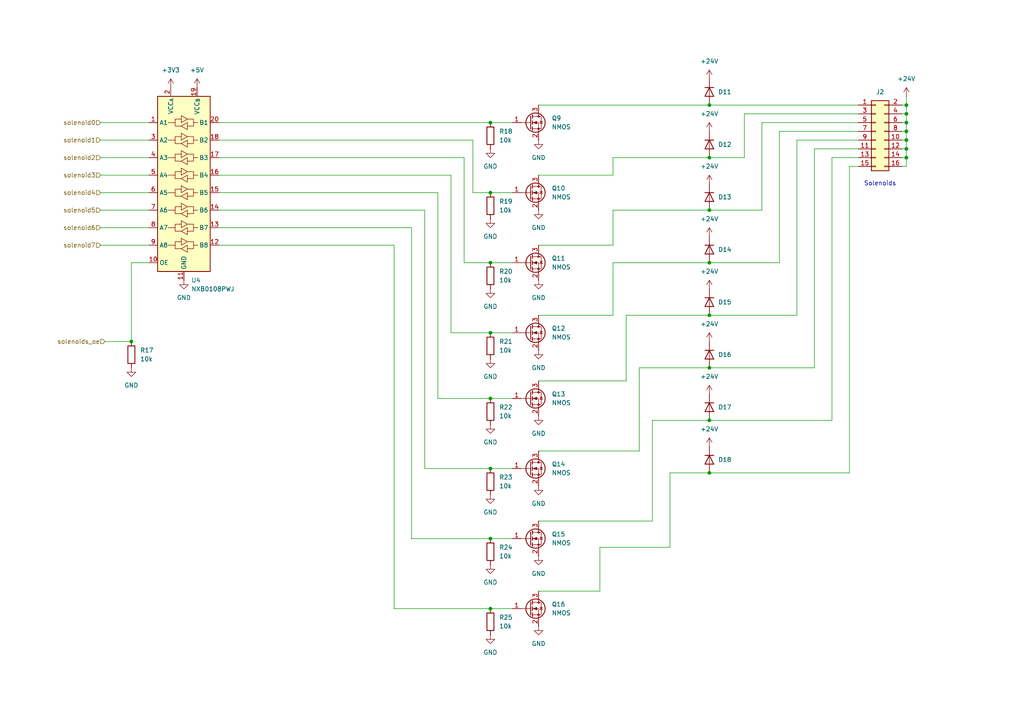
<source format=kicad_sch>
(kicad_sch (version 20250114) (generator "eeschema") (generator_version "9.0")
  (paper "A4")
  (title_block (title "Solenoid Drivers") (company "Dr. Konstantin Schauwecker"))
  (lib_symbols
    (symbol "Connector_Generic:Conn_02x08_Odd_Even" (pin_names (offset 1.016) (hide yes))
      (property "Reference" "J" (at 1.27 10.16 0))
      (property "Value" "Conn_02x08_Odd_Even" (at 1.27 -12.7 0))
      (symbol "Conn_02x08_Odd_Even_1_1"
        (rectangle (start -1.27 8.89) (end 3.81 -11.43) (stroke (width 0.254)) (fill (type background)))
        (rectangle (start -1.27 7.747) (end 0 7.493) (stroke (width 0.1524)))
        (rectangle (start -1.27 5.207) (end 0 4.953) (stroke (width 0.1524)))
        (rectangle (start -1.27 2.667) (end 0 2.413) (stroke (width 0.1524)))
        (rectangle (start -1.27 0.127) (end 0 -0.127) (stroke (width 0.1524)))
        (rectangle (start -1.27 -2.413) (end 0 -2.667) (stroke (width 0.1524)))
        (rectangle (start -1.27 -4.953) (end 0 -5.207) (stroke (width 0.1524)))
        (rectangle (start -1.27 -7.493) (end 0 -7.747) (stroke (width 0.1524)))
        (rectangle (start -1.27 -10.033) (end 0 -10.287) (stroke (width 0.1524)))
        (rectangle (start 3.81 7.747) (end 2.54 7.493) (stroke (width 0.1524)))
        (rectangle (start 3.81 5.207) (end 2.54 4.953) (stroke (width 0.1524)))
        (rectangle (start 3.81 2.667) (end 2.54 2.413) (stroke (width 0.1524)))
        (rectangle (start 3.81 0.127) (end 2.54 -0.127) (stroke (width 0.1524)))
        (rectangle (start 3.81 -2.413) (end 2.54 -2.667) (stroke (width 0.1524)))
        (rectangle (start 3.81 -4.953) (end 2.54 -5.207) (stroke (width 0.1524)))
        (rectangle (start 3.81 -7.493) (end 2.54 -7.747) (stroke (width 0.1524)))
        (rectangle (start 3.81 -10.033) (end 2.54 -10.287) (stroke (width 0.1524)))
        (pin passive line (at -5.08 7.62 0) (length 3.81) (name "Pin_1") (number "1"))
        (pin passive line (at -5.08 5.08 0) (length 3.81) (name "Pin_3") (number "3"))
        (pin passive line (at -5.08 2.54 0) (length 3.81) (name "Pin_5") (number "5"))
        (pin passive line (at -5.08 0 0) (length 3.81) (name "Pin_7") (number "7"))
        (pin passive line (at -5.08 -2.54 0) (length 3.81) (name "Pin_9") (number "9"))
        (pin passive line (at -5.08 -5.08 0) (length 3.81) (name "Pin_11") (number "11"))
        (pin passive line (at -5.08 -7.62 0) (length 3.81) (name "Pin_13") (number "13"))
        (pin passive line (at -5.08 -10.16 0) (length 3.81) (name "Pin_15") (number "15"))
        (pin passive line (at 7.62 7.62 180) (length 3.81) (name "Pin_2") (number "2"))
        (pin passive line (at 7.62 5.08 180) (length 3.81) (name "Pin_4") (number "4"))
        (pin passive line (at 7.62 2.54 180) (length 3.81) (name "Pin_6") (number "6"))
        (pin passive line (at 7.62 0 180) (length 3.81) (name "Pin_8") (number "8"))
        (pin passive line (at 7.62 -2.54 180) (length 3.81) (name "Pin_10") (number "10"))
        (pin passive line (at 7.62 -5.08 180) (length 3.81) (name "Pin_12") (number "12"))
        (pin passive line (at 7.62 -7.62 180) (length 3.81) (name "Pin_14") (number "14"))
        (pin passive line (at 7.62 -10.16 180) (length 3.81) (name "Pin_16") (number "16"))
      )
    )
    (symbol "Device:D" (pin_numbers (hide yes)) (pin_names (offset 1.016) (hide yes))
      (property "Reference" "D" (at 0 2.54 0))
      (property "Value" "D" (at 0 -2.54 0))
      (symbol "D_0_1"
        (polyline (pts (xy -1.27 1.27) (xy -1.27 -1.27)) (stroke (width 0.254)))
        (polyline (pts (xy 1.27 1.27) (xy 1.27 -1.27) (xy -1.27 0) (xy 1.27 1.27)) (stroke (width 0.254)))
        (polyline (pts (xy 1.27 0) (xy -1.27 0)))
      )
      (symbol "D_1_1"
        (pin passive line (at -3.81 0 0) (length 2.54) (name "K") (number "1"))
        (pin passive line (at 3.81 0 180) (length 2.54) (name "A") (number "2"))
      )
    )
    (symbol "Device:R" (pin_numbers (hide yes)) (pin_names (offset 0))
      (property "Reference" "R" (at 2.032 0 90))
      (property "Value" "R" (at 0 0 90))
      (symbol "R_0_1"
        (rectangle (start -1.016 -2.54) (end 1.016 2.54) (stroke (width 0.254)))
      )
      (symbol "R_1_1"
        (pin passive line (at 0 3.81 270) (length 1.27) (name "~") (number "1"))
        (pin passive line (at 0 -3.81 90) (length 1.27) (name "~") (number "2"))
      )
    )
    (symbol "Transistor_FET:Q_NMOS_GSD" (pin_names (offset 0) (hide yes))
      (property "Reference" "Q" (at 5.08 1.905 0))
      (property "Value" "Q_NMOS_GSD" (at 5.08 0 0))
      (symbol "Q_NMOS_GSD_0_1"
        (polyline (pts (xy 0.254 1.905) (xy 0.254 -1.905)) (stroke (width 0.254)))
        (polyline (pts (xy 0.254 0) (xy -2.54 0)))
        (polyline (pts (xy 0.762 2.286) (xy 0.762 1.27)) (stroke (width 0.254)))
        (polyline (pts (xy 0.762 0.508) (xy 0.762 -0.508)) (stroke (width 0.254)))
        (polyline (pts (xy 0.762 -1.27) (xy 0.762 -2.286)) (stroke (width 0.254)))
        (polyline (pts (xy 0.762 -1.778) (xy 3.302 -1.778) (xy 3.302 1.778) (xy 0.762 1.778)))
        (polyline (pts (xy 1.016 0) (xy 2.032 0.381) (xy 2.032 -0.381) (xy 1.016 0)) (fill (type outline)))
        (circle (center 1.651 0) (radius 2.794) (stroke (width 0.254)))
        (polyline (pts (xy 2.54 2.54) (xy 2.54 1.778)))
        (circle (center 2.54 1.778) (radius 0.254) (fill (type outline)))
        (circle (center 2.54 -1.778) (radius 0.254) (fill (type outline)))
        (polyline (pts (xy 2.54 -2.54) (xy 2.54 0) (xy 0.762 0)))
        (polyline (pts (xy 2.921 0.381) (xy 3.683 0.381)))
        (polyline (pts (xy 3.302 0.381) (xy 2.921 -0.254) (xy 3.683 -0.254) (xy 3.302 0.381)))
      )
      (symbol "Q_NMOS_GSD_1_1"
        (pin input line (at -5.08 0 0) (length 2.54) (name "G") (number "1"))
        (pin passive line (at 2.54 5.08 270) (length 2.54) (name "D") (number "3"))
        (pin passive line (at 2.54 -5.08 90) (length 2.54) (name "S") (number "2"))
      )
    )
    (symbol "power:+24V" (power) (pin_numbers (hide yes)) (pin_names (offset 0) (hide yes))
      (property "Value" "+24V" (at 0 3.556 0))
      (symbol "+24V_0_1"
        (polyline (pts (xy -0.762 1.27) (xy 0 2.54)))
        (polyline (pts (xy 0 2.54) (xy 0.762 1.27)))
        (polyline (pts (xy 0 0) (xy 0 2.54)))
      )
      (symbol "+24V_1_1"
        (pin power_in line (at 0 0 90) (length 0) (name "~") (number "1"))
      )
    )
    (symbol "power:+3V3" (power) (pin_numbers (hide yes)) (pin_names (offset 0) (hide yes))
      (property "Value" "+3V3" (at 0 3.556 0))
      (symbol "+3V3_0_1"
        (polyline (pts (xy -0.762 1.27) (xy 0 2.54)))
        (polyline (pts (xy 0 2.54) (xy 0.762 1.27)))
        (polyline (pts (xy 0 0) (xy 0 2.54)))
      )
      (symbol "+3V3_1_1"
        (pin power_in line (at 0 0 90) (length 0) (name "~") (number "1"))
      )
    )
    (symbol "power:+5V" (power) (pin_numbers (hide yes)) (pin_names (offset 0) (hide yes))
      (property "Value" "+5V" (at 0 3.556 0))
      (symbol "+5V_0_1"
        (polyline (pts (xy -0.762 1.27) (xy 0 2.54)))
        (polyline (pts (xy 0 2.54) (xy 0.762 1.27)))
        (polyline (pts (xy 0 0) (xy 0 2.54)))
      )
      (symbol "+5V_1_1"
        (pin power_in line (at 0 0 90) (length 0) (name "~") (number "1"))
      )
    )
    (symbol "power:GND" (power) (pin_numbers (hide yes)) (pin_names (offset 0) (hide yes))
      (property "Value" "GND" (at 0 -3.81 0))
      (symbol "GND_0_1"
        (polyline (pts (xy 0 0) (xy 0 -1.27) (xy 1.27 -1.27) (xy 0 -2.54) (xy -1.27 -1.27) (xy 0 -1.27)))
      )
      (symbol "GND_1_1"
        (pin power_in line (at 0 0 270) (length 0) (name "~") (number "1"))
      )
    )
    (symbol "symbols:NXB0108PWJ"
      (property "Reference" "U3" (at 2.1433 -27.94 0))
      (property "Value" "NXB0108PWJ" (at 2.1433 -30.48 0))
      (symbol "NXB0108PWJ_0_1"
        (rectangle (start -7.62 25.4) (end 7.62 -25.4) (stroke (width 0.254)) (fill (type background)))
        (polyline (pts (xy -2.54 17.78) (xy -2.54 18.796) (xy -0.762 18.796)))
        (polyline (pts (xy -2.54 7.62) (xy -2.54 8.636) (xy -0.762 8.636)))
        (polyline (pts (xy -2.54 -2.54) (xy -2.54 -1.524) (xy -0.762 -1.524)))
        (polyline (pts (xy -2.54 -12.7) (xy -2.54 -11.684) (xy -0.762 -11.684)))
        (polyline (pts (xy -0.762 17.78) (xy -0.762 19.812) (xy 1.016 18.796) (xy -0.762 17.78)))
        (polyline (pts (xy -0.762 16.764) (xy -2.54 16.764) (xy -2.54 17.78) (xy -4.572 17.78)))
        (polyline (pts (xy -0.762 7.62) (xy -0.762 9.652) (xy 1.016 8.636) (xy -0.762 7.62)))
        (polyline (pts (xy -0.762 6.604) (xy -2.54 6.604) (xy -2.54 7.62) (xy -4.572 7.62)))
        (polyline (pts (xy -0.762 -2.54) (xy -0.762 -0.508) (xy 1.016 -1.524) (xy -0.762 -2.54)))
        (polyline (pts (xy -0.762 -3.556) (xy -2.54 -3.556) (xy -2.54 -2.54) (xy -4.572 -2.54)))
        (polyline (pts (xy -0.762 -12.7) (xy -0.762 -10.668) (xy 1.016 -11.684) (xy -0.762 -12.7)))
        (polyline (pts (xy -0.762 -13.716) (xy -2.54 -13.716) (xy -2.54 -12.7) (xy -4.572 -12.7)))
        (polyline (pts (xy 1.016 18.796) (xy 2.794 18.796) (xy 2.794 17.78) (xy 4.064 17.78)))
        (polyline (pts (xy 1.016 17.78) (xy 1.016 16.002) (xy 1.016 15.748) (xy -0.762 16.764) (xy 1.016 17.78)))
        (polyline (pts (xy 1.016 8.636) (xy 2.794 8.636) (xy 2.794 7.62) (xy 4.064 7.62)))
        (polyline (pts (xy 1.016 7.62) (xy 1.016 5.842) (xy 1.016 5.588) (xy -0.762 6.604) (xy 1.016 7.62)))
        (polyline (pts (xy 1.016 2.54) (xy 1.016 0.762) (xy 1.016 0.508) (xy -0.762 1.524) (xy 1.016 2.54)))
        (polyline (pts (xy 1.016 -1.524) (xy 2.794 -1.524) (xy 2.794 -2.54) (xy 4.064 -2.54)))
        (polyline (pts (xy 1.016 -2.54) (xy 1.016 -4.318) (xy 1.016 -4.572) (xy -0.762 -3.556) (xy 1.016 -2.54)))
        (polyline (pts (xy 1.016 -11.684) (xy 2.794 -11.684) (xy 2.794 -12.7) (xy 4.064 -12.7)))
        (polyline (pts (xy 1.016 -12.7) (xy 1.016 -14.478) (xy 1.016 -14.732) (xy -0.762 -13.716) (xy 1.016 -12.7)))
        (polyline (pts (xy 1.016 -17.78) (xy 1.016 -19.558) (xy 1.016 -19.812) (xy -0.762 -18.796) (xy 1.016 -17.78)))
        (polyline (pts (xy 2.794 17.78) (xy 2.794 16.764) (xy 1.016 16.764)))
        (polyline (pts (xy 2.794 7.62) (xy 2.794 6.604) (xy 1.016 6.604)))
        (polyline (pts (xy 2.794 -2.54) (xy 2.794 -3.556) (xy 1.016 -3.556)))
        (polyline (pts (xy 2.794 -12.7) (xy 2.794 -13.716) (xy 1.016 -13.716)))
      )
      (symbol "NXB0108PWJ_1_0"
        (pin power_in line (at 3.81 27.94 270) (length 2.54) (name "VCC_{B}") (number "19"))
      )
      (symbol "NXB0108PWJ_1_1"
        (polyline (pts (xy -2.54 12.7) (xy -2.54 13.716) (xy -0.762 13.716)))
        (polyline (pts (xy -2.54 2.54) (xy -2.54 3.556) (xy -0.762 3.556)))
        (polyline (pts (xy -2.54 -7.62) (xy -2.54 -6.604) (xy -0.762 -6.604)))
        (polyline (pts (xy -2.54 -17.78) (xy -2.54 -16.764) (xy -0.762 -16.764)))
        (polyline (pts (xy -0.762 12.7) (xy -0.762 14.732) (xy 1.016 13.716) (xy -0.762 12.7)))
        (polyline (pts (xy -0.762 11.684) (xy -2.54 11.684) (xy -2.54 12.7) (xy -4.572 12.7)))
        (polyline (pts (xy -0.762 2.54) (xy -0.762 4.572) (xy 1.016 3.556) (xy -0.762 2.54)))
        (polyline (pts (xy -0.762 1.524) (xy -2.54 1.524) (xy -2.54 2.54) (xy -4.572 2.54)))
        (polyline (pts (xy -0.762 -7.62) (xy -0.762 -5.588) (xy 1.016 -6.604) (xy -0.762 -7.62)))
        (polyline (pts (xy -0.762 -8.636) (xy -2.54 -8.636) (xy -2.54 -7.62) (xy -4.572 -7.62)))
        (polyline (pts (xy -0.762 -17.78) (xy -0.762 -15.748) (xy 1.016 -16.764) (xy -0.762 -17.78)))
        (polyline (pts (xy -0.762 -18.796) (xy -2.54 -18.796) (xy -2.54 -17.78) (xy -4.572 -17.78)))
        (polyline (pts (xy 1.016 13.716) (xy 2.794 13.716) (xy 2.794 12.7) (xy 4.064 12.7)))
        (polyline (pts (xy 1.016 12.7) (xy 1.016 10.922) (xy 1.016 10.668) (xy -0.762 11.684) (xy 1.016 12.7)))
        (polyline (pts (xy 1.016 3.556) (xy 2.794 3.556) (xy 2.794 2.54) (xy 4.064 2.54)))
        (polyline (pts (xy 1.016 -6.604) (xy 2.794 -6.604) (xy 2.794 -7.62) (xy 4.064 -7.62)))
        (polyline (pts (xy 1.016 -7.62) (xy 1.016 -9.398) (xy 1.016 -9.652) (xy -0.762 -8.636) (xy 1.016 -7.62)))
        (polyline (pts (xy 1.016 -16.764) (xy 2.794 -16.764) (xy 2.794 -17.78) (xy 4.064 -17.78)))
        (polyline (pts (xy 2.794 12.7) (xy 2.794 11.684) (xy 1.016 11.684)))
        (polyline (pts (xy 2.794 2.54) (xy 2.794 1.524) (xy 1.016 1.524)))
        (polyline (pts (xy 2.794 -7.62) (xy 2.794 -8.636) (xy 1.016 -8.636)))
        (polyline (pts (xy 2.794 -17.78) (xy 2.794 -18.796) (xy 1.016 -18.796)))
        (pin bidirectional line (at -10.16 17.78 0) (length 2.54) (name "A1") (number "1"))
        (pin bidirectional line (at -10.16 12.7 0) (length 2.54) (name "A2") (number "3"))
        (pin bidirectional line (at -10.16 7.62 0) (length 2.54) (name "A3") (number "4"))
        (pin bidirectional line (at -10.16 2.54 0) (length 2.54) (name "A4") (number "5"))
        (pin bidirectional line (at -10.16 -2.54 0) (length 2.54) (name "A5") (number "6"))
        (pin bidirectional line (at -10.16 -7.62 0) (length 2.54) (name "A6") (number "7"))
        (pin bidirectional line (at -10.16 -12.7 0) (length 2.54) (name "A7") (number "8"))
        (pin bidirectional line (at -10.16 -17.78 0) (length 2.54) (name "A8") (number "9"))
        (pin input line (at -10.16 -22.86 0) (length 2.54) (name "OE") (number "10"))
        (pin power_in line (at -3.81 27.94 270) (length 2.54) (name "VCC_{A}") (number "2"))
        (pin power_in line (at 0 -27.94 90) (length 2.54) (name "GND") (number "11"))
        (pin bidirectional line (at 10.16 17.78 180) (length 2.54) (name "B1") (number "20"))
        (pin bidirectional line (at 10.16 12.7 180) (length 2.54) (name "B2") (number "18"))
        (pin bidirectional line (at 10.16 7.62 180) (length 2.54) (name "B3") (number "17"))
        (pin bidirectional line (at 10.16 2.54 180) (length 2.54) (name "B4") (number "16"))
        (pin bidirectional line (at 10.16 -2.54 180) (length 2.54) (name "B5") (number "15"))
        (pin bidirectional line (at 10.16 -7.62 180) (length 2.54) (name "B6") (number "14"))
        (pin bidirectional line (at 10.16 -12.7 180) (length 2.54) (name "B7") (number "13"))
        (pin bidirectional line (at 10.16 -17.78 180) (length 2.54) (name "B8") (number "12"))
      )
    )
  )
  (text "Solenoids" (at 255.27 53.34 0) (effects (font (size 1.27 1.27))))
  (junction (at 142.24 135.89))
  (junction (at 262.89 45.72))
  (junction (at 205.74 106.68))
  (junction (at 205.74 60.96))
  (junction (at 142.24 35.56))
  (junction (at 262.89 38.1))
  (junction (at 205.74 30.48))
  (junction (at 142.24 76.2))
  (junction (at 262.89 33.02))
  (junction (at 142.24 115.57))
  (junction (at 142.24 156.21))
  (junction (at 38.1 99.06))
  (junction (at 262.89 43.18))
  (junction (at 205.74 121.92))
  (junction (at 262.89 40.64))
  (junction (at 205.74 45.72))
  (junction (at 205.74 76.2))
  (junction (at 205.74 91.44))
  (junction (at 142.24 176.53))
  (junction (at 142.24 55.88))
  (junction (at 262.89 30.48))
  (junction (at 205.74 137.16))
  (junction (at 142.24 96.52))
  (junction (at 262.89 35.56))
  (wire (pts (xy 142.24 55.88) (xy 148.59 55.88)))
  (wire (pts (xy 246.38 137.16) (xy 246.38 48.26)))
  (wire (pts (xy 156.21 171.45) (xy 173.99 171.45)))
  (wire (pts (xy 205.74 121.92) (xy 241.3 121.92)))
  (wire (pts (xy 63.5 45.72) (xy 134.62 45.72)))
  (wire (pts (xy 29.21 60.96) (xy 43.18 60.96)))
  (wire (pts (xy 29.21 45.72) (xy 43.18 45.72)))
  (wire (pts (xy 137.16 40.64) (xy 137.16 55.88)))
  (wire (pts (xy 248.92 43.18) (xy 236.22 43.18)))
  (wire (pts (xy 63.5 71.12) (xy 114.3 71.12)))
  (wire (pts (xy 236.22 43.18) (xy 236.22 106.68)))
  (wire (pts (xy 231.14 91.44) (xy 205.74 91.44)))
  (wire (pts (xy 29.21 50.8) (xy 43.18 50.8)))
  (wire (pts (xy 114.3 176.53) (xy 142.24 176.53)))
  (wire (pts (xy 248.92 33.02) (xy 215.9 33.02)))
  (wire (pts (xy 123.19 135.89) (xy 142.24 135.89)))
  (wire (pts (xy 173.99 158.75) (xy 194.31 158.75)))
  (wire (pts (xy 177.8 76.2) (xy 177.8 91.44)))
  (wire (pts (xy 226.06 38.1) (xy 226.06 76.2)))
  (wire (pts (xy 114.3 71.12) (xy 114.3 176.53)))
  (wire (pts (xy 262.89 48.26) (xy 261.62 48.26)))
  (wire (pts (xy 29.21 55.88) (xy 43.18 55.88)))
  (wire (pts (xy 173.99 171.45) (xy 173.99 158.75)))
  (wire (pts (xy 185.42 130.81) (xy 156.21 130.81)))
  (wire (pts (xy 194.31 137.16) (xy 205.74 137.16)))
  (wire (pts (xy 119.38 156.21) (xy 142.24 156.21)))
  (wire (pts (xy 142.24 156.21) (xy 148.59 156.21)))
  (wire (pts (xy 248.92 40.64) (xy 231.14 40.64)))
  (wire (pts (xy 205.74 91.44) (xy 181.61 91.44)))
  (wire (pts (xy 205.74 45.72) (xy 177.8 45.72)))
  (wire (pts (xy 29.21 71.12) (xy 43.18 71.12)))
  (wire (pts (xy 142.24 96.52) (xy 148.59 96.52)))
  (wire (pts (xy 261.62 35.56) (xy 262.89 35.56)))
  (wire (pts (xy 261.62 45.72) (xy 262.89 45.72)))
  (wire (pts (xy 194.31 158.75) (xy 194.31 137.16)))
  (wire (pts (xy 63.5 66.04) (xy 119.38 66.04)))
  (wire (pts (xy 226.06 76.2) (xy 205.74 76.2)))
  (wire (pts (xy 262.89 27.94) (xy 262.89 30.48)))
  (wire (pts (xy 134.62 76.2) (xy 142.24 76.2)))
  (wire (pts (xy 205.74 106.68) (xy 185.42 106.68)))
  (wire (pts (xy 262.89 30.48) (xy 262.89 33.02)))
  (wire (pts (xy 189.23 151.13) (xy 156.21 151.13)))
  (wire (pts (xy 215.9 45.72) (xy 205.74 45.72)))
  (wire (pts (xy 261.62 30.48) (xy 262.89 30.48)))
  (wire (pts (xy 261.62 43.18) (xy 262.89 43.18)))
  (wire (pts (xy 63.5 55.88) (xy 127 55.88)))
  (wire (pts (xy 205.74 76.2) (xy 177.8 76.2)))
  (wire (pts (xy 185.42 106.68) (xy 185.42 130.81)))
  (wire (pts (xy 236.22 106.68) (xy 205.74 106.68)))
  (wire (pts (xy 177.8 50.8) (xy 156.21 50.8)))
  (wire (pts (xy 248.92 35.56) (xy 220.98 35.56)))
  (wire (pts (xy 262.89 43.18) (xy 262.89 45.72)))
  (wire (pts (xy 246.38 48.26) (xy 248.92 48.26)))
  (wire (pts (xy 205.74 60.96) (xy 177.8 60.96)))
  (wire (pts (xy 181.61 91.44) (xy 181.61 110.49)))
  (wire (pts (xy 134.62 45.72) (xy 134.62 76.2)))
  (wire (pts (xy 262.89 45.72) (xy 262.89 48.26)))
  (wire (pts (xy 177.8 71.12) (xy 156.21 71.12)))
  (wire (pts (xy 261.62 38.1) (xy 262.89 38.1)))
  (wire (pts (xy 142.24 135.89) (xy 148.59 135.89)))
  (wire (pts (xy 137.16 55.88) (xy 142.24 55.88)))
  (wire (pts (xy 248.92 38.1) (xy 226.06 38.1)))
  (wire (pts (xy 127 55.88) (xy 127 115.57)))
  (wire (pts (xy 205.74 121.92) (xy 189.23 121.92)))
  (wire (pts (xy 142.24 115.57) (xy 148.59 115.57)))
  (wire (pts (xy 123.19 60.96) (xy 123.19 135.89)))
  (wire (pts (xy 261.62 40.64) (xy 262.89 40.64)))
  (wire (pts (xy 205.74 30.48) (xy 248.92 30.48)))
  (wire (pts (xy 261.62 33.02) (xy 262.89 33.02)))
  (wire (pts (xy 177.8 91.44) (xy 156.21 91.44)))
  (wire (pts (xy 189.23 121.92) (xy 189.23 151.13)))
  (wire (pts (xy 142.24 35.56) (xy 148.59 35.56)))
  (wire (pts (xy 119.38 66.04) (xy 119.38 156.21)))
  (wire (pts (xy 142.24 76.2) (xy 148.59 76.2)))
  (wire (pts (xy 177.8 60.96) (xy 177.8 71.12)))
  (wire (pts (xy 248.92 45.72) (xy 241.3 45.72)))
  (wire (pts (xy 130.81 96.52) (xy 142.24 96.52)))
  (wire (pts (xy 262.89 40.64) (xy 262.89 43.18)))
  (wire (pts (xy 63.5 60.96) (xy 123.19 60.96)))
  (wire (pts (xy 262.89 38.1) (xy 262.89 40.64)))
  (wire (pts (xy 127 115.57) (xy 142.24 115.57)))
  (wire (pts (xy 262.89 33.02) (xy 262.89 35.56)))
  (wire (pts (xy 262.89 35.56) (xy 262.89 38.1)))
  (wire (pts (xy 231.14 40.64) (xy 231.14 91.44)))
  (wire (pts (xy 29.21 66.04) (xy 43.18 66.04)))
  (wire (pts (xy 63.5 40.64) (xy 137.16 40.64)))
  (wire (pts (xy 215.9 33.02) (xy 215.9 45.72)))
  (wire (pts (xy 142.24 176.53) (xy 148.59 176.53)))
  (wire (pts (xy 241.3 45.72) (xy 241.3 121.92)))
  (wire (pts (xy 220.98 35.56) (xy 220.98 60.96)))
  (wire (pts (xy 38.1 76.2) (xy 38.1 99.06)))
  (wire (pts (xy 29.21 40.64) (xy 43.18 40.64)))
  (wire (pts (xy 30.48 99.06) (xy 38.1 99.06)))
  (wire (pts (xy 181.61 110.49) (xy 156.21 110.49)))
  (wire (pts (xy 177.8 45.72) (xy 177.8 50.8)))
  (wire (pts (xy 29.21 35.56) (xy 43.18 35.56)))
  (wire (pts (xy 43.18 76.2) (xy 38.1 76.2)))
  (wire (pts (xy 130.81 50.8) (xy 130.81 96.52)))
  (wire (pts (xy 63.5 50.8) (xy 130.81 50.8)))
  (wire (pts (xy 156.21 30.48) (xy 205.74 30.48)))
  (wire (pts (xy 205.74 137.16) (xy 246.38 137.16)))
  (wire (pts (xy 63.5 35.56) (xy 142.24 35.56)))
  (wire (pts (xy 220.98 60.96) (xy 205.74 60.96)))
  (hierarchical_label "solenoid2" (shape input) (at 29.21 45.72 180))
  (hierarchical_label "solenoid5" (shape input) (at 29.21 60.96 180))
  (hierarchical_label "solenoid0" (shape input) (at 29.21 35.56 180))
  (hierarchical_label "solenoid6" (shape input) (at 29.21 66.04 180))
  (hierarchical_label "solenoid1" (shape input) (at 29.21 40.64 180))
  (hierarchical_label "solenoid3" (shape input) (at 29.21 50.8 180))
  (hierarchical_label "solenoids_oe" (shape input) (at 30.48 99.06 180))
  (hierarchical_label "solenoid4" (shape input) (at 29.21 55.88 180))
  (hierarchical_label "solenoid7" (shape input) (at 29.21 71.12 180))
  (symbol (lib_id "Transistor_FET:Q_NMOS_GSD") (at 153.67 55.88 0) (unit 1)
    (property "Reference" "Q2" (at 160.02 54.6099 0) (effects (justify left)))
    (property "Value" "NMOS" (at 160.02 57.1499 0) (effects (justify left)))
    (property "Footprint" "Package_TO_SOT_SMD:SOT-23-3" (effects (hide yes)))
    (property "Description" "N-MOSFET transistor, gate/source/drain" (effects (hide yes)))
    (property "Supplier Link" "https://www.mouser.de/ProductDetail/Diodes-Incorporated/DMN6140LQ-7?qs=wtVJq%252Be05r%252B05hOLE8kNlg%3D%3D" (effects (hide yes)))
    (property "MFG" "Diodes" (effects (hide yes)))
    (property "MPN" " DMN6140LQ-7" (effects (hide yes)))
    (instances (project "selectric-printer" (path "" (reference "Q10") (unit 1)) (path "" (reference "Q2") (unit 1))))
  )
  (symbol (lib_id "Device:D") (at 205.74 118.11 270) (unit 1)
    (property "Reference" "D9" (at 208.28 118.1099 90) (effects (justify left)))
    (property "Value" "D" (effects (hide yes)))
    (property "Footprint" "Diode_SMD:D_PowerDI-123" (effects (hide yes)))
    (property "Description" "Diode" (effects (hide yes)))
    (property "MFG" "Diodes" (effects (hide yes)))
    (property "MPN" " SBR3U60P1-7 " (effects (hide yes)))
    (property "Supplier Link" "https://www.mouser.de/ProductDetail/Diodes-Incorporated/SBR3U60P1-7?qs=sGAEpiMZZMtbRapU8LlZD22Ze9Pnj5QqiCa2cvs2nDA%3D" (effects (hide yes)))
    (instances (project "selectric-printer" (path "" (reference "D17") (unit 1)) (path "" (reference "D9") (unit 1))))
  )
  (symbol (lib_id "power:GND") (at 156.21 60.96 0) (unit 1)
    (property "Reference" "#PWR033" (effects (hide yes)))
    (property "Value" "GND" (at 156.21 66.04 0))
    (property "Description" "Power symbol creates a global label with name \"GND\" , ground" (effects (hide yes)))
    (instances (project "selectric-printer" (path "" (reference "#PWR071") (unit 1)) (path "" (reference "#PWR033") (unit 1))))
  )
  (symbol (lib_id "power:+24V") (at 205.74 129.54 0) (unit 1)
    (property "Reference" "#PWR056" (effects (hide yes)))
    (property "Value" "+24V" (at 205.74 124.46 0))
    (property "Description" "Power symbol creates a global label with name \"+24V\"" (effects (hide yes)))
    (instances (project "selectric-printer" (path "" (reference "#PWR085") (unit 1)) (path "" (reference "#PWR056") (unit 1))))
  )
  (symbol (lib_id "Device:R") (at 142.24 119.38 0) (unit 1)
    (property "Reference" "R13" (at 144.78 118.1099 0) (effects (justify left)))
    (property "Value" "10k" (at 144.78 120.6499 0) (effects (justify left)))
    (property "Footprint" "Resistor_SMD:R_0402_1005Metric" (effects (hide yes)))
    (property "Description" "Resistor" (effects (hide yes)))
    (property "MFG" "Vishay" (effects (hide yes)))
    (property "MPN" "CRCW040210K0FKEDC" (effects (hide yes)))
    (property "Supplier Link" "https://www.mouser.de/ProductDetail/Vishay/CRCW040210K0FKEDC?qs=sGAEpiMZZMtG0KNrPCHnjXEaY7S8QU1xDaVXkvqGFkKtFuEQ7AdwVg%3D%3D" (effects (hide yes)))
    (instances (project "selectric-printer" (path "" (reference "R22") (unit 1)) (path "" (reference "R13") (unit 1))))
  )
  (symbol (lib_id "power:+24V") (at 205.74 22.86 0) (unit 1)
    (property "Reference" "#PWR034" (effects (hide yes)))
    (property "Value" "+24V" (at 205.74 17.78 0))
    (property "Description" "Power symbol creates a global label with name \"+24V\"" (effects (hide yes)))
    (instances (project "selectric-printer" (path "" (reference "#PWR078") (unit 1)) (path "" (reference "#PWR034") (unit 1))))
  )
  (symbol (lib_id "Device:R") (at 142.24 80.01 0) (unit 1)
    (property "Reference" "R11" (at 144.78 78.7399 0) (effects (justify left)))
    (property "Value" "10k" (at 144.78 81.2799 0) (effects (justify left)))
    (property "Footprint" "Resistor_SMD:R_0402_1005Metric" (effects (hide yes)))
    (property "Description" "Resistor" (effects (hide yes)))
    (property "MFG" "Vishay" (effects (hide yes)))
    (property "MPN" "CRCW040210K0FKEDC" (effects (hide yes)))
    (property "Supplier Link" "https://www.mouser.de/ProductDetail/Vishay/CRCW040210K0FKEDC?qs=sGAEpiMZZMtG0KNrPCHnjXEaY7S8QU1xDaVXkvqGFkKtFuEQ7AdwVg%3D%3D" (effects (hide yes)))
    (instances (project "selectric-printer" (path "" (reference "R20") (unit 1)) (path "" (reference "R11") (unit 1))))
  )
  (symbol (lib_id "power:GND") (at 142.24 163.83 0) (unit 1)
    (property "Reference" "#PWR046" (effects (hide yes)))
    (property "Value" "GND" (at 142.24 168.91 0))
    (property "Description" "Power symbol creates a global label with name \"GND\" , ground" (effects (hide yes)))
    (instances (project "selectric-printer" (path "" (reference "#PWR068") (unit 1)) (path "" (reference "#PWR046") (unit 1))))
  )
  (symbol (lib_id "Device:D") (at 205.74 87.63 270) (unit 1)
    (property "Reference" "D7" (at 208.28 87.6299 90) (effects (justify left)))
    (property "Value" "D" (effects (hide yes)))
    (property "Footprint" "Diode_SMD:D_PowerDI-123" (effects (hide yes)))
    (property "Description" "Diode" (effects (hide yes)))
    (property "MFG" "Diodes" (effects (hide yes)))
    (property "MPN" " SBR3U60P1-7 " (effects (hide yes)))
    (property "Supplier Link" "https://www.mouser.de/ProductDetail/Diodes-Incorporated/SBR3U60P1-7?qs=sGAEpiMZZMtbRapU8LlZD22Ze9Pnj5QqiCa2cvs2nDA%3D" (effects (hide yes)))
    (instances (project "selectric-printer" (path "" (reference "D15") (unit 1)) (path "" (reference "D7") (unit 1))))
  )
  (symbol (lib_id "Transistor_FET:Q_NMOS_GSD") (at 153.67 35.56 0) (unit 1)
    (property "Reference" "Q17" (at 160.02 34.2899 0) (effects (justify left)))
    (property "Value" "NMOS" (at 160.02 36.8299 0) (effects (justify left)))
    (property "Footprint" "Package_TO_SOT_SMD:SOT-23-3" (effects (hide yes)))
    (property "Description" "N-MOSFET transistor, gate/source/drain" (effects (hide yes)))
    (property "Supplier Link" "https://www.mouser.de/ProductDetail/Diodes-Incorporated/DMN6140LQ-7?qs=wtVJq%252Be05r%252B05hOLE8kNlg%3D%3D" (effects (hide yes)))
    (property "MFG" "Diodes" (effects (hide yes)))
    (property "MPN" " DMN6140LQ-7" (effects (hide yes)))
    (instances (project "selectric-printer" (path "" (reference "Q9") (unit 1)) (path "" (reference "Q17") (unit 1))))
  )
  (symbol (lib_id "Device:R") (at 142.24 139.7 0) (unit 1)
    (property "Reference" "R14" (at 144.78 138.4299 0) (effects (justify left)))
    (property "Value" "10k" (at 144.78 140.9699 0) (effects (justify left)))
    (property "Footprint" "Resistor_SMD:R_0402_1005Metric" (effects (hide yes)))
    (property "Description" "Resistor" (effects (hide yes)))
    (property "MFG" "Vishay" (effects (hide yes)))
    (property "MPN" "CRCW040210K0FKEDC" (effects (hide yes)))
    (property "Supplier Link" "https://www.mouser.de/ProductDetail/Vishay/CRCW040210K0FKEDC?qs=sGAEpiMZZMtG0KNrPCHnjXEaY7S8QU1xDaVXkvqGFkKtFuEQ7AdwVg%3D%3D" (effects (hide yes)))
    (instances (project "selectric-printer" (path "" (reference "R23") (unit 1)) (path "" (reference "R14") (unit 1))))
  )
  (symbol (lib_id "Device:R") (at 142.24 59.69 0) (unit 1)
    (property "Reference" "R10" (at 144.78 58.4199 0) (effects (justify left)))
    (property "Value" "10k" (at 144.78 60.9599 0) (effects (justify left)))
    (property "Footprint" "Resistor_SMD:R_0402_1005Metric" (effects (hide yes)))
    (property "Description" "Resistor" (effects (hide yes)))
    (property "MFG" "Vishay" (effects (hide yes)))
    (property "MPN" "CRCW040210K0FKEDC" (effects (hide yes)))
    (property "Supplier Link" "https://www.mouser.de/ProductDetail/Vishay/CRCW040210K0FKEDC?qs=sGAEpiMZZMtG0KNrPCHnjXEaY7S8QU1xDaVXkvqGFkKtFuEQ7AdwVg%3D%3D" (effects (hide yes)))
    (instances (project "selectric-printer" (path "" (reference "R19") (unit 1)) (path "" (reference "R10") (unit 1))))
  )
  (symbol (lib_id "Device:D") (at 205.74 102.87 270) (unit 1)
    (property "Reference" "D8" (at 208.28 102.8699 90) (effects (justify left)))
    (property "Value" "D" (effects (hide yes)))
    (property "Footprint" "Diode_SMD:D_PowerDI-123" (effects (hide yes)))
    (property "Description" "Diode" (effects (hide yes)))
    (property "MFG" "Diodes" (effects (hide yes)))
    (property "MPN" " SBR3U60P1-7 " (effects (hide yes)))
    (property "Supplier Link" "https://www.mouser.de/ProductDetail/Diodes-Incorporated/SBR3U60P1-7?qs=sGAEpiMZZMtbRapU8LlZD22Ze9Pnj5QqiCa2cvs2nDA%3D" (effects (hide yes)))
    (instances (project "selectric-printer" (path "" (reference "D16") (unit 1)) (path "" (reference "D8") (unit 1))))
  )
  (symbol (lib_id "power:GND") (at 156.21 81.28 0) (unit 1)
    (property "Reference" "#PWR036" (effects (hide yes)))
    (property "Value" "GND" (at 156.21 86.36 0))
    (property "Description" "Power symbol creates a global label with name \"GND\" , ground" (effects (hide yes)))
    (instances (project "selectric-printer" (path "" (reference "#PWR072") (unit 1)) (path "" (reference "#PWR036") (unit 1))))
  )
  (symbol (lib_id "power:+24V") (at 262.89 27.94 0) (unit 1)
    (property "Reference" "#PWR024" (effects (hide yes)))
    (property "Value" "+24V" (at 262.89 22.86 0))
    (property "Description" "Power symbol creates a global label with name \"+24V\"" (effects (hide yes)))
    (instances (project "selectric-printer" (path "" (reference "#PWR026") (unit 1)) (path "" (reference "#PWR024") (unit 1))))
  )
  (symbol (lib_id "power:GND") (at 38.1 106.68 0) (mirror y) (unit 1)
    (property "Reference" "#PWR031" (effects (hide yes)))
    (property "Value" "GND" (at 38.1 111.76 0))
    (property "Description" "Power symbol creates a global label with name \"GND\" , ground" (effects (hide yes)))
    (instances (project "selectric-printer" (path "" (reference "#PWR060") (unit 1)) (path "" (reference "#PWR031") (unit 1))))
  )
  (symbol (lib_id "power:GND") (at 156.21 181.61 0) (unit 1)
    (property "Reference" "#PWR049" (effects (hide yes)))
    (property "Value" "GND" (at 156.21 186.69 0))
    (property "Description" "Power symbol creates a global label with name \"GND\" , ground" (effects (hide yes)))
    (instances (project "selectric-printer" (path "" (reference "#PWR077") (unit 1)) (path "" (reference "#PWR049") (unit 1))))
  )
  (symbol (lib_id "power:+24V") (at 205.74 68.58 0) (unit 1)
    (property "Reference" "#PWR052" (effects (hide yes)))
    (property "Value" "+24V" (at 205.74 63.5 0))
    (property "Description" "Power symbol creates a global label with name \"+24V\"" (effects (hide yes)))
    (instances (project "selectric-printer" (path "" (reference "#PWR081") (unit 1)) (path "" (reference "#PWR052") (unit 1))))
  )
  (symbol (lib_id "Device:R") (at 38.1 102.87 180) (unit 1)
    (property "Reference" "R9" (at 40.64 101.5999 0) (effects (justify right)))
    (property "Value" "10k" (at 40.64 104.1399 0) (effects (justify right)))
    (property "Footprint" "Resistor_SMD:R_0402_1005Metric" (effects (hide yes)))
    (property "Description" "Resistor" (effects (hide yes)))
    (property "MFG" "Vishay" (effects (hide yes)))
    (property "MPN" "CRCW040210K0FKEDC" (effects (hide yes)))
    (property "Supplier Link" "https://www.mouser.de/ProductDetail/Vishay/CRCW040210K0FKEDC?qs=sGAEpiMZZMtG0KNrPCHnjXEaY7S8QU1xDaVXkvqGFkKtFuEQ7AdwVg%3D%3D" (effects (hide yes)))
    (instances (project "selectric-printer" (path "" (reference "R17") (unit 1)) (path "" (reference "R9") (unit 1))))
  )
  (symbol (lib_id "power:GND") (at 142.24 43.18 0) (unit 1)
    (property "Reference" "#PWR094" (effects (hide yes)))
    (property "Value" "GND" (at 142.24 48.26 0))
    (property "Description" "Power symbol creates a global label with name \"GND\" , ground" (effects (hide yes)))
    (instances (project "selectric-printer" (path "" (reference "#PWR062") (unit 1)) (path "" (reference "#PWR094") (unit 1))))
  )
  (symbol (lib_id "power:GND") (at 142.24 104.14 0) (unit 1)
    (property "Reference" "#PWR037" (effects (hide yes)))
    (property "Value" "GND" (at 142.24 109.22 0))
    (property "Description" "Power symbol creates a global label with name \"GND\" , ground" (effects (hide yes)))
    (instances (project "selectric-printer" (path "" (reference "#PWR065") (unit 1)) (path "" (reference "#PWR037") (unit 1))))
  )
  (symbol (lib_id "Transistor_FET:Q_NMOS_GSD") (at 153.67 76.2 0) (unit 1)
    (property "Reference" "Q3" (at 160.02 74.9299 0) (effects (justify left)))
    (property "Value" "NMOS" (at 160.02 77.4699 0) (effects (justify left)))
    (property "Footprint" "Package_TO_SOT_SMD:SOT-23-3" (effects (hide yes)))
    (property "Description" "N-MOSFET transistor, gate/source/drain" (effects (hide yes)))
    (property "Supplier Link" "https://www.mouser.de/ProductDetail/Diodes-Incorporated/DMN6140LQ-7?qs=wtVJq%252Be05r%252B05hOLE8kNlg%3D%3D" (effects (hide yes)))
    (property "MFG" "Diodes" (effects (hide yes)))
    (property "MPN" " DMN6140LQ-7" (effects (hide yes)))
    (instances (project "selectric-printer" (path "" (reference "Q11") (unit 1)) (path "" (reference "Q3") (unit 1))))
  )
  (symbol (lib_id "symbols:NXB0108PWJ") (at 53.34 53.34 0) (unit 1)
    (property "Reference" "U3" (at 55.4833 81.28 0) (effects (justify left)))
    (property "Value" "NXB0108PWJ" (at 55.4833 83.82 0) (effects (justify left)))
    (property "Footprint" "Package_SO:TSSOP-20_4.4x6.5mm_P0.65mm" (effects (hide yes)))
    (property "Description" "8-Bit Dual-Supply Bus Transceiver With Configurable Voltage Translation and 3-State Outputs" (effects (hide yes)))
    (property "MFG" "Nexperia" (effects (hide yes)))
    (property "MPN" "NXB0108PWJ " (effects (hide yes)))
    (property "Supplier Link" "https://www.mouser.de/ProductDetail/Nexperia/NXB0108PWJ?qs=zW32dvEIR3si3k5MvwD%252BMQ%3D%3D" (effects (hide yes)))
    (instances (project "selectric-printer" (path "" (reference "U4") (unit 1)) (path "" (reference "U3") (unit 1))))
  )
  (symbol (lib_id "power:GND") (at 142.24 63.5 0) (unit 1)
    (property "Reference" "#PWR032" (effects (hide yes)))
    (property "Value" "GND" (at 142.24 68.58 0))
    (property "Description" "Power symbol creates a global label with name \"GND\" , ground" (effects (hide yes)))
    (instances (project "selectric-printer" (path "" (reference "#PWR063") (unit 1)) (path "" (reference "#PWR032") (unit 1))))
  )
  (symbol (lib_id "Device:D") (at 205.74 26.67 270) (unit 1)
    (property "Reference" "D20" (at 208.28 26.6699 90) (effects (justify left)))
    (property "Value" "D" (effects (hide yes)))
    (property "Footprint" "Diode_SMD:D_PowerDI-123" (effects (hide yes)))
    (property "Description" "Diode" (effects (hide yes)))
    (property "MFG" "Diodes" (effects (hide yes)))
    (property "MPN" " SBR3U60P1-7 " (effects (hide yes)))
    (property "Supplier Link" "https://www.mouser.de/ProductDetail/Diodes-Incorporated/SBR3U60P1-7?qs=sGAEpiMZZMtbRapU8LlZD22Ze9Pnj5QqiCa2cvs2nDA%3D" (effects (hide yes)))
    (instances (project "selectric-printer" (path "" (reference "D11") (unit 1)) (path "" (reference "D20") (unit 1))))
  )
  (symbol (lib_id "power:GND") (at 142.24 83.82 0) (unit 1)
    (property "Reference" "#PWR035" (effects (hide yes)))
    (property "Value" "GND" (at 142.24 88.9 0))
    (property "Description" "Power symbol creates a global label with name \"GND\" , ground" (effects (hide yes)))
    (instances (project "selectric-printer" (path "" (reference "#PWR064") (unit 1)) (path "" (reference "#PWR035") (unit 1))))
  )
  (symbol (lib_id "power:+24V") (at 205.74 38.1 0) (unit 1)
    (property "Reference" "#PWR050" (effects (hide yes)))
    (property "Value" "+24V" (at 205.74 33.02 0))
    (property "Description" "Power symbol creates a global label with name \"+24V\"" (effects (hide yes)))
    (instances (project "selectric-printer" (path "" (reference "#PWR079") (unit 1)) (path "" (reference "#PWR050") (unit 1))))
  )
  (symbol (lib_id "power:+24V") (at 205.74 83.82 0) (unit 1)
    (property "Reference" "#PWR053" (effects (hide yes)))
    (property "Value" "+24V" (at 205.74 78.74 0))
    (property "Description" "Power symbol creates a global label with name \"+24V\"" (effects (hide yes)))
    (instances (project "selectric-printer" (path "" (reference "#PWR082") (unit 1)) (path "" (reference "#PWR053") (unit 1))))
  )
  (symbol (lib_id "power:GND") (at 156.21 140.97 0) (unit 1)
    (property "Reference" "#PWR045" (effects (hide yes)))
    (property "Value" "GND" (at 156.21 146.05 0))
    (property "Description" "Power symbol creates a global label with name \"GND\" , ground" (effects (hide yes)))
    (instances (project "selectric-printer" (path "" (reference "#PWR075") (unit 1)) (path "" (reference "#PWR045") (unit 1))))
  )
  (symbol (lib_id "Device:D") (at 205.74 57.15 270) (unit 1)
    (property "Reference" "D5" (at 208.28 57.1499 90) (effects (justify left)))
    (property "Value" "D" (effects (hide yes)))
    (property "Footprint" "Diode_SMD:D_PowerDI-123" (effects (hide yes)))
    (property "Description" "Diode" (effects (hide yes)))
    (property "MFG" "Diodes" (effects (hide yes)))
    (property "MPN" " SBR3U60P1-7 " (effects (hide yes)))
    (property "Supplier Link" "https://www.mouser.de/ProductDetail/Diodes-Incorporated/SBR3U60P1-7?qs=sGAEpiMZZMtbRapU8LlZD22Ze9Pnj5QqiCa2cvs2nDA%3D" (effects (hide yes)))
    (instances (project "selectric-printer" (path "" (reference "D13") (unit 1)) (path "" (reference "D5") (unit 1))))
  )
  (symbol (lib_id "power:GND") (at 142.24 184.15 0) (unit 1)
    (property "Reference" "#PWR048" (effects (hide yes)))
    (property "Value" "GND" (at 142.24 189.23 0))
    (property "Description" "Power symbol creates a global label with name \"GND\" , ground" (effects (hide yes)))
    (instances (project "selectric-printer" (path "" (reference "#PWR069") (unit 1)) (path "" (reference "#PWR048") (unit 1))))
  )
  (symbol (lib_id "power:+5V") (at 57.15 25.4 0) (unit 1)
    (property "Reference" "#PWR093" (effects (hide yes)))
    (property "Value" "+5V" (at 57.15 20.32 0))
    (property "Description" "Power symbol creates a global label with name \"+5V\"" (effects (hide yes)))
    (instances (project "selectric-printer" (path "" (reference "#PWR059") (unit 1)) (path "" (reference "#PWR093") (unit 1))))
  )
  (symbol (lib_id "power:GND") (at 156.21 40.64 0) (unit 1)
    (property "Reference" "#PWR095" (effects (hide yes)))
    (property "Value" "GND" (at 156.21 45.72 0))
    (property "Description" "Power symbol creates a global label with name \"GND\" , ground" (effects (hide yes)))
    (instances (project "selectric-printer" (path "" (reference "#PWR070") (unit 1)) (path "" (reference "#PWR095") (unit 1))))
  )
  (symbol (lib_id "Device:R") (at 142.24 100.33 0) (unit 1)
    (property "Reference" "R12" (at 144.78 99.0599 0) (effects (justify left)))
    (property "Value" "10k" (at 144.78 101.5999 0) (effects (justify left)))
    (property "Footprint" "Resistor_SMD:R_0402_1005Metric" (effects (hide yes)))
    (property "Description" "Resistor" (effects (hide yes)))
    (property "MFG" "Vishay" (effects (hide yes)))
    (property "MPN" "CRCW040210K0FKEDC" (effects (hide yes)))
    (property "Supplier Link" "https://www.mouser.de/ProductDetail/Vishay/CRCW040210K0FKEDC?qs=sGAEpiMZZMtG0KNrPCHnjXEaY7S8QU1xDaVXkvqGFkKtFuEQ7AdwVg%3D%3D" (effects (hide yes)))
    (instances (project "selectric-printer" (path "" (reference "R21") (unit 1)) (path "" (reference "R12") (unit 1))))
  )
  (symbol (lib_id "power:GND") (at 156.21 120.65 0) (unit 1)
    (property "Reference" "#PWR042" (effects (hide yes)))
    (property "Value" "GND" (at 156.21 125.73 0))
    (property "Description" "Power symbol creates a global label with name \"GND\" , ground" (effects (hide yes)))
    (instances (project "selectric-printer" (path "" (reference "#PWR074") (unit 1)) (path "" (reference "#PWR042") (unit 1))))
  )
  (symbol (lib_id "Transistor_FET:Q_NMOS_GSD") (at 153.67 115.57 0) (unit 1)
    (property "Reference" "Q5" (at 160.02 114.2999 0) (effects (justify left)))
    (property "Value" "NMOS" (at 160.02 116.8399 0) (effects (justify left)))
    (property "Footprint" "Package_TO_SOT_SMD:SOT-23-3" (effects (hide yes)))
    (property "Description" "N-MOSFET transistor, gate/source/drain" (effects (hide yes)))
    (property "Supplier Link" "https://www.mouser.de/ProductDetail/Diodes-Incorporated/DMN6140LQ-7?qs=wtVJq%252Be05r%252B05hOLE8kNlg%3D%3D" (effects (hide yes)))
    (property "MFG" "Diodes" (effects (hide yes)))
    (property "MPN" " DMN6140LQ-7" (effects (hide yes)))
    (instances (project "selectric-printer" (path "" (reference "Q13") (unit 1)) (path "" (reference "Q5") (unit 1))))
  )
  (symbol (lib_id "Transistor_FET:Q_NMOS_GSD") (at 153.67 135.89 0) (unit 1)
    (property "Reference" "Q6" (at 160.02 134.6199 0) (effects (justify left)))
    (property "Value" "NMOS" (at 160.02 137.1599 0) (effects (justify left)))
    (property "Footprint" "Package_TO_SOT_SMD:SOT-23-3" (effects (hide yes)))
    (property "Description" "N-MOSFET transistor, gate/source/drain" (effects (hide yes)))
    (property "Supplier Link" "https://www.mouser.de/ProductDetail/Diodes-Incorporated/DMN6140LQ-7?qs=wtVJq%252Be05r%252B05hOLE8kNlg%3D%3D" (effects (hide yes)))
    (property "MFG" "Diodes" (effects (hide yes)))
    (property "MPN" " DMN6140LQ-7" (effects (hide yes)))
    (instances (project "selectric-printer" (path "" (reference "Q14") (unit 1)) (path "" (reference "Q6") (unit 1))))
  )
  (symbol (lib_id "power:GND") (at 53.34 81.28 0) (mirror y) (unit 1)
    (property "Reference" "#PWR092" (effects (hide yes)))
    (property "Value" "GND" (at 53.34 86.36 0))
    (property "Description" "Power symbol creates a global label with name \"GND\" , ground" (effects (hide yes)))
    (instances (project "selectric-printer" (path "" (reference "#PWR058") (unit 1)) (path "" (reference "#PWR092") (unit 1))))
  )
  (symbol (lib_id "Device:R") (at 142.24 180.34 0) (unit 1)
    (property "Reference" "R16" (at 144.78 179.0699 0) (effects (justify left)))
    (property "Value" "10k" (at 144.78 181.6099 0) (effects (justify left)))
    (property "Footprint" "Resistor_SMD:R_0402_1005Metric" (effects (hide yes)))
    (property "Description" "Resistor" (effects (hide yes)))
    (property "MFG" "Vishay" (effects (hide yes)))
    (property "MPN" "CRCW040210K0FKEDC" (effects (hide yes)))
    (property "Supplier Link" "https://www.mouser.de/ProductDetail/Vishay/CRCW040210K0FKEDC?qs=sGAEpiMZZMtG0KNrPCHnjXEaY7S8QU1xDaVXkvqGFkKtFuEQ7AdwVg%3D%3D" (effects (hide yes)))
    (instances (project "selectric-printer" (path "" (reference "R25") (unit 1)) (path "" (reference "R16") (unit 1))))
  )
  (symbol (lib_id "Connector_Generic:Conn_02x08_Odd_Even") (at 254 38.1 0) (unit 1)
    (property "Reference" "J1" (at 255.27 26.67 0))
    (property "Value" "Conn_02x08_Odd_Even" (effects (hide yes)))
    (property "Footprint" "footprints:Samtec-TSM-108-01-F-DH" (effects (hide yes)))
    (property "Description" "Generic connector, double row, 02x08, odd/even pin numbering scheme (row 1 odd numbers, row 2 even numbers), script generated (kicad-library-utils/schlib/autogen/connector/)" (effects (hide yes)))
    (property "MFG" "Samtec" (effects (hide yes)))
    (property "MPN" "TSM-108-01-F-DH" (effects (hide yes)))
    (property "Supplier Link" "https://www.mouser.de/ProductDetail/Samtec/TSM-108-01-F-DH?qs=Cqqh%252BS766wknh%252BCVVpRc4g%3D%3D" (effects (hide yes)))
    (instances (project "" (path "" (reference "J2") (unit 1)) (path "" (reference "J1") (unit 1))))
  )
  (symbol (lib_id "power:+24V") (at 205.74 99.06 0) (unit 1)
    (property "Reference" "#PWR054" (effects (hide yes)))
    (property "Value" "+24V" (at 205.74 93.98 0))
    (property "Description" "Power symbol creates a global label with name \"+24V\"" (effects (hide yes)))
    (instances (project "selectric-printer" (path "" (reference "#PWR083") (unit 1)) (path "" (reference "#PWR054") (unit 1))))
  )
  (symbol (lib_id "Transistor_FET:Q_NMOS_GSD") (at 153.67 156.21 0) (unit 1)
    (property "Reference" "Q7" (at 160.02 154.9399 0) (effects (justify left)))
    (property "Value" "NMOS" (at 160.02 157.4799 0) (effects (justify left)))
    (property "Footprint" "Package_TO_SOT_SMD:SOT-23-3" (effects (hide yes)))
    (property "Description" "N-MOSFET transistor, gate/source/drain" (effects (hide yes)))
    (property "Supplier Link" "https://www.mouser.de/ProductDetail/Diodes-Incorporated/DMN6140LQ-7?qs=wtVJq%252Be05r%252B05hOLE8kNlg%3D%3D" (effects (hide yes)))
    (property "MFG" "Diodes" (effects (hide yes)))
    (property "MPN" " DMN6140LQ-7" (effects (hide yes)))
    (instances (project "selectric-printer" (path "" (reference "Q15") (unit 1)) (path "" (reference "Q7") (unit 1))))
  )
  (symbol (lib_id "power:GND") (at 156.21 101.6 0) (unit 1)
    (property "Reference" "#PWR038" (effects (hide yes)))
    (property "Value" "GND" (at 156.21 106.68 0))
    (property "Description" "Power symbol creates a global label with name \"GND\" , ground" (effects (hide yes)))
    (instances (project "selectric-printer" (path "" (reference "#PWR073") (unit 1)) (path "" (reference "#PWR038") (unit 1))))
  )
  (symbol (lib_id "power:GND") (at 156.21 161.29 0) (unit 1)
    (property "Reference" "#PWR047" (effects (hide yes)))
    (property "Value" "GND" (at 156.21 166.37 0))
    (property "Description" "Power symbol creates a global label with name \"GND\" , ground" (effects (hide yes)))
    (instances (project "selectric-printer" (path "" (reference "#PWR076") (unit 1)) (path "" (reference "#PWR047") (unit 1))))
  )
  (symbol (lib_id "Transistor_FET:Q_NMOS_GSD") (at 153.67 96.52 0) (unit 1)
    (property "Reference" "Q4" (at 160.02 95.2499 0) (effects (justify left)))
    (property "Value" "NMOS" (at 160.02 97.7899 0) (effects (justify left)))
    (property "Footprint" "Package_TO_SOT_SMD:SOT-23-3" (effects (hide yes)))
    (property "Description" "N-MOSFET transistor, gate/source/drain" (effects (hide yes)))
    (property "Supplier Link" "https://www.mouser.de/ProductDetail/Diodes-Incorporated/DMN6140LQ-7?qs=wtVJq%252Be05r%252B05hOLE8kNlg%3D%3D" (effects (hide yes)))
    (property "MFG" "Diodes" (effects (hide yes)))
    (property "MPN" " DMN6140LQ-7" (effects (hide yes)))
    (instances (project "selectric-printer" (path "" (reference "Q12") (unit 1)) (path "" (reference "Q4") (unit 1))))
  )
  (symbol (lib_id "power:GND") (at 142.24 143.51 0) (unit 1)
    (property "Reference" "#PWR044" (effects (hide yes)))
    (property "Value" "GND" (at 142.24 148.59 0))
    (property "Description" "Power symbol creates a global label with name \"GND\" , ground" (effects (hide yes)))
    (instances (project "selectric-printer" (path "" (reference "#PWR067") (unit 1)) (path "" (reference "#PWR044") (unit 1))))
  )
  (symbol (lib_id "Device:R") (at 142.24 39.37 0) (unit 1)
    (property "Reference" "R31" (at 144.78 38.0999 0) (effects (justify left)))
    (property "Value" "10k" (at 144.78 40.6399 0) (effects (justify left)))
    (property "Footprint" "Resistor_SMD:R_0402_1005Metric" (effects (hide yes)))
    (property "Description" "Resistor" (effects (hide yes)))
    (property "MFG" "Vishay" (effects (hide yes)))
    (property "MPN" "CRCW040210K0FKEDC" (effects (hide yes)))
    (property "Supplier Link" "https://www.mouser.de/ProductDetail/Vishay/CRCW040210K0FKEDC?qs=sGAEpiMZZMtG0KNrPCHnjXEaY7S8QU1xDaVXkvqGFkKtFuEQ7AdwVg%3D%3D" (effects (hide yes)))
    (instances (project "selectric-printer" (path "" (reference "R18") (unit 1)) (path "" (reference "R31") (unit 1))))
  )
  (symbol (lib_id "Transistor_FET:Q_NMOS_GSD") (at 153.67 176.53 0) (unit 1)
    (property "Reference" "Q8" (at 160.02 175.2599 0) (effects (justify left)))
    (property "Value" "NMOS" (at 160.02 177.7999 0) (effects (justify left)))
    (property "Footprint" "Package_TO_SOT_SMD:SOT-23-3" (effects (hide yes)))
    (property "Description" "N-MOSFET transistor, gate/source/drain" (effects (hide yes)))
    (property "Supplier Link" "https://www.mouser.de/ProductDetail/Diodes-Incorporated/DMN6140LQ-7?qs=wtVJq%252Be05r%252B05hOLE8kNlg%3D%3D" (effects (hide yes)))
    (property "MFG" "Diodes" (effects (hide yes)))
    (property "MPN" " DMN6140LQ-7" (effects (hide yes)))
    (instances (project "selectric-printer" (path "" (reference "Q16") (unit 1)) (path "" (reference "Q8") (unit 1))))
  )
  (symbol (lib_id "Device:R") (at 142.24 160.02 0) (unit 1)
    (property "Reference" "R15" (at 144.78 158.7499 0) (effects (justify left)))
    (property "Value" "10k" (at 144.78 161.2899 0) (effects (justify left)))
    (property "Footprint" "Resistor_SMD:R_0402_1005Metric" (effects (hide yes)))
    (property "Description" "Resistor" (effects (hide yes)))
    (property "MFG" "Vishay" (effects (hide yes)))
    (property "MPN" "CRCW040210K0FKEDC" (effects (hide yes)))
    (property "Supplier Link" "https://www.mouser.de/ProductDetail/Vishay/CRCW040210K0FKEDC?qs=sGAEpiMZZMtG0KNrPCHnjXEaY7S8QU1xDaVXkvqGFkKtFuEQ7AdwVg%3D%3D" (effects (hide yes)))
    (instances (project "selectric-printer" (path "" (reference "R24") (unit 1)) (path "" (reference "R15") (unit 1))))
  )
  (symbol (lib_id "Device:D") (at 205.74 72.39 270) (unit 1)
    (property "Reference" "D6" (at 208.28 72.3899 90) (effects (justify left)))
    (property "Value" "D" (effects (hide yes)))
    (property "Footprint" "Diode_SMD:D_PowerDI-123" (effects (hide yes)))
    (property "Description" "Diode" (effects (hide yes)))
    (property "MFG" "Diodes" (effects (hide yes)))
    (property "MPN" " SBR3U60P1-7 " (effects (hide yes)))
    (property "Supplier Link" "https://www.mouser.de/ProductDetail/Diodes-Incorporated/SBR3U60P1-7?qs=sGAEpiMZZMtbRapU8LlZD22Ze9Pnj5QqiCa2cvs2nDA%3D" (effects (hide yes)))
    (instances (project "selectric-printer" (path "" (reference "D14") (unit 1)) (path "" (reference "D6") (unit 1))))
  )
  (symbol (lib_id "power:+24V") (at 205.74 114.3 0) (unit 1)
    (property "Reference" "#PWR055" (effects (hide yes)))
    (property "Value" "+24V" (at 205.74 109.22 0))
    (property "Description" "Power symbol creates a global label with name \"+24V\"" (effects (hide yes)))
    (instances (project "selectric-printer" (path "" (reference "#PWR084") (unit 1)) (path "" (reference "#PWR055") (unit 1))))
  )
  (symbol (lib_id "power:GND") (at 142.24 123.19 0) (unit 1)
    (property "Reference" "#PWR039" (effects (hide yes)))
    (property "Value" "GND" (at 142.24 128.27 0))
    (property "Description" "Power symbol creates a global label with name \"GND\" , ground" (effects (hide yes)))
    (instances (project "selectric-printer" (path "" (reference "#PWR066") (unit 1)) (path "" (reference "#PWR039") (unit 1))))
  )
  (symbol (lib_id "power:+3V3") (at 49.53 25.4 0) (unit 1)
    (property "Reference" "#PWR028" (effects (hide yes)))
    (property "Value" "+3V3" (at 49.53 20.32 0))
    (property "Description" "Power symbol creates a global label with name \"+3V3\"" (effects (hide yes)))
    (instances (project "" (path "" (reference "#PWR057") (unit 1)) (path "" (reference "#PWR028") (unit 1))))
  )
  (symbol (lib_id "power:+24V") (at 205.74 53.34 0) (unit 1)
    (property "Reference" "#PWR051" (effects (hide yes)))
    (property "Value" "+24V" (at 205.74 48.26 0))
    (property "Description" "Power symbol creates a global label with name \"+24V\"" (effects (hide yes)))
    (instances (project "selectric-printer" (path "" (reference "#PWR080") (unit 1)) (path "" (reference "#PWR051") (unit 1))))
  )
  (symbol (lib_id "Device:D") (at 205.74 41.91 270) (unit 1)
    (property "Reference" "D4" (at 208.28 41.9099 90) (effects (justify left)))
    (property "Value" "D" (effects (hide yes)))
    (property "Footprint" "Diode_SMD:D_PowerDI-123" (effects (hide yes)))
    (property "Description" "Diode" (effects (hide yes)))
    (property "MFG" "Diodes" (effects (hide yes)))
    (property "MPN" " SBR3U60P1-7 " (effects (hide yes)))
    (property "Supplier Link" "https://www.mouser.de/ProductDetail/Diodes-Incorporated/SBR3U60P1-7?qs=sGAEpiMZZMtbRapU8LlZD22Ze9Pnj5QqiCa2cvs2nDA%3D" (effects (hide yes)))
    (instances (project "selectric-printer" (path "" (reference "D12") (unit 1)) (path "" (reference "D4") (unit 1))))
  )
  (symbol (lib_id "Device:D") (at 205.74 133.35 270) (unit 1)
    (property "Reference" "D10" (at 208.28 133.3499 90) (effects (justify left)))
    (property "Value" "D" (effects (hide yes)))
    (property "Footprint" "Diode_SMD:D_PowerDI-123" (effects (hide yes)))
    (property "Description" "Diode" (effects (hide yes)))
    (property "MFG" "Diodes" (effects (hide yes)))
    (property "MPN" " SBR3U60P1-7 " (effects (hide yes)))
    (property "Supplier Link" "https://www.mouser.de/ProductDetail/Diodes-Incorporated/SBR3U60P1-7?qs=sGAEpiMZZMtbRapU8LlZD22Ze9Pnj5QqiCa2cvs2nDA%3D" (effects (hide yes)))
    (instances (project "selectric-printer" (path "" (reference "D18") (unit 1)) (path "" (reference "D10") (unit 1))))
  )
)
</source>
